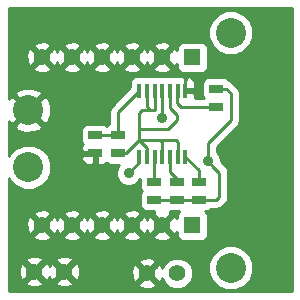
<source format=gbl>
G04 (created by PCBNEW (2013-07-07 BZR 4022)-stable) date 2/2/2014 1:41:28 AM*
%MOIN*%
G04 Gerber Fmt 3.4, Leading zero omitted, Abs format*
%FSLAX34Y34*%
G01*
G70*
G90*
G04 APERTURE LIST*
%ADD10C,0.00590551*%
%ADD11R,0.0118X0.0512*%
%ADD12R,0.045X0.025*%
%ADD13C,0.055*%
%ADD14C,0.1*%
%ADD15R,0.055X0.055*%
%ADD16C,0.035*%
%ADD17C,0.01*%
G04 APERTURE END LIST*
G54D10*
G54D11*
X79920Y-59860D03*
X80170Y-59860D03*
X80430Y-59860D03*
X80680Y-59860D03*
X80940Y-59860D03*
X81195Y-59860D03*
X81450Y-59860D03*
X81450Y-62060D03*
X81195Y-62060D03*
X80940Y-62060D03*
X80680Y-62060D03*
X80425Y-62060D03*
X80170Y-62060D03*
X79915Y-62060D03*
G54D12*
X78440Y-61340D03*
X78440Y-61940D03*
X79220Y-61340D03*
X79220Y-61940D03*
X80420Y-62900D03*
X80420Y-63500D03*
X81160Y-62900D03*
X81160Y-63500D03*
X81900Y-62900D03*
X81900Y-63500D03*
X82480Y-60380D03*
X82480Y-59780D03*
G54D13*
X81180Y-65940D03*
X80180Y-65940D03*
G54D14*
X82960Y-57920D03*
X82960Y-65760D03*
X76220Y-60500D03*
X76220Y-62400D03*
G54D15*
X81680Y-64340D03*
G54D13*
X80680Y-64340D03*
X79680Y-64340D03*
X78680Y-64340D03*
X77680Y-64340D03*
X76680Y-64340D03*
G54D15*
X81680Y-58740D03*
G54D13*
X80680Y-58740D03*
X79680Y-58740D03*
X78680Y-58740D03*
X77680Y-58740D03*
X76680Y-58740D03*
X76420Y-65880D03*
X77420Y-65880D03*
G54D16*
X83300Y-61720D03*
X78680Y-60700D03*
X82200Y-62200D03*
X80680Y-60760D03*
X79560Y-62600D03*
G54D17*
X81450Y-59860D02*
X81450Y-59410D01*
X81450Y-59410D02*
X81460Y-59400D01*
X81160Y-62900D02*
X81160Y-62780D01*
X80940Y-62560D02*
X80940Y-62060D01*
X81160Y-62780D02*
X80940Y-62560D01*
X82480Y-59780D02*
X82800Y-59780D01*
X82200Y-61600D02*
X82200Y-62200D01*
X82960Y-60840D02*
X82200Y-61600D01*
X82960Y-59940D02*
X82960Y-60840D01*
X82800Y-59780D02*
X82960Y-59940D01*
X81900Y-63500D02*
X82480Y-63500D01*
X82580Y-62580D02*
X82380Y-62380D01*
X82380Y-62380D02*
X82200Y-62200D01*
X82580Y-63400D02*
X82580Y-62580D01*
X82480Y-63500D02*
X82580Y-63400D01*
X80420Y-63500D02*
X81160Y-63500D01*
X81160Y-63500D02*
X81900Y-63500D01*
X80420Y-62900D02*
X80420Y-62065D01*
X80420Y-62065D02*
X80425Y-62060D01*
X79220Y-61340D02*
X79220Y-60560D01*
X79220Y-60560D02*
X79920Y-59860D01*
X79220Y-61340D02*
X78440Y-61340D01*
X79900Y-61120D02*
X80880Y-61120D01*
X80940Y-60440D02*
X80940Y-59860D01*
X81160Y-60660D02*
X80940Y-60440D01*
X81160Y-60840D02*
X81160Y-60660D01*
X80880Y-61120D02*
X81160Y-60840D01*
X80630Y-61500D02*
X81140Y-61500D01*
X81195Y-61555D02*
X81195Y-62060D01*
X81140Y-61500D02*
X81195Y-61555D01*
X79900Y-61500D02*
X80630Y-61500D01*
X80630Y-61500D02*
X80600Y-61500D01*
X80680Y-61580D02*
X80680Y-62060D01*
X80600Y-61500D02*
X80680Y-61580D01*
X79220Y-61940D02*
X79460Y-61940D01*
X79460Y-61940D02*
X79900Y-61500D01*
X80170Y-59860D02*
X80170Y-60390D01*
X80170Y-60390D02*
X80260Y-60480D01*
X80430Y-59860D02*
X80430Y-60480D01*
X80430Y-60480D02*
X80420Y-60480D01*
X80170Y-62060D02*
X80170Y-61770D01*
X80020Y-60480D02*
X80260Y-60480D01*
X80260Y-60480D02*
X80420Y-60480D01*
X79900Y-60600D02*
X80020Y-60480D01*
X79900Y-61500D02*
X79900Y-61120D01*
X79900Y-61120D02*
X79900Y-60600D01*
X80170Y-61770D02*
X79900Y-61500D01*
X81900Y-62900D02*
X81900Y-62510D01*
X81900Y-62510D02*
X81450Y-62060D01*
X80680Y-59860D02*
X80680Y-60760D01*
X82480Y-60380D02*
X81300Y-60380D01*
X81180Y-59875D02*
X81195Y-59860D01*
X81180Y-60260D02*
X81180Y-59875D01*
X81300Y-60380D02*
X81180Y-60260D01*
X79915Y-62060D02*
X79915Y-62245D01*
X79915Y-62245D02*
X79560Y-62600D01*
G54D10*
G36*
X85000Y-66540D02*
X83710Y-66540D01*
X83710Y-65611D01*
X83710Y-57771D01*
X83596Y-57495D01*
X83385Y-57284D01*
X83109Y-57170D01*
X82811Y-57169D01*
X82535Y-57283D01*
X82324Y-57494D01*
X82210Y-57770D01*
X82209Y-58068D01*
X82323Y-58344D01*
X82534Y-58555D01*
X82810Y-58669D01*
X83108Y-58670D01*
X83384Y-58556D01*
X83595Y-58345D01*
X83709Y-58069D01*
X83710Y-57771D01*
X83710Y-65611D01*
X83596Y-65335D01*
X83385Y-65124D01*
X83260Y-65072D01*
X83260Y-60840D01*
X83260Y-59940D01*
X83237Y-59825D01*
X83172Y-59727D01*
X83172Y-59727D01*
X83012Y-59567D01*
X82914Y-59502D01*
X82904Y-59500D01*
X82846Y-59443D01*
X82754Y-59405D01*
X82655Y-59404D01*
X82205Y-59404D01*
X82205Y-59405D01*
X82205Y-58965D01*
X82205Y-58415D01*
X82167Y-58323D01*
X82096Y-58253D01*
X82004Y-58215D01*
X81905Y-58214D01*
X81355Y-58214D01*
X81263Y-58252D01*
X81193Y-58323D01*
X81155Y-58415D01*
X81154Y-58502D01*
X81140Y-58467D01*
X81047Y-58442D01*
X80977Y-58513D01*
X80977Y-58372D01*
X80952Y-58279D01*
X80755Y-58210D01*
X80547Y-58221D01*
X80407Y-58279D01*
X80382Y-58372D01*
X80680Y-58669D01*
X80977Y-58372D01*
X80977Y-58513D01*
X80750Y-58740D01*
X81047Y-59037D01*
X81140Y-59012D01*
X81154Y-58971D01*
X81154Y-59064D01*
X81192Y-59156D01*
X81263Y-59226D01*
X81355Y-59264D01*
X81454Y-59265D01*
X82004Y-59265D01*
X82096Y-59227D01*
X82166Y-59156D01*
X82204Y-59064D01*
X82205Y-58965D01*
X82205Y-59405D01*
X82113Y-59442D01*
X82043Y-59513D01*
X82005Y-59605D01*
X82004Y-59704D01*
X82004Y-59954D01*
X82042Y-60046D01*
X82076Y-60079D01*
X82076Y-60080D01*
X81759Y-60080D01*
X81759Y-60066D01*
X81759Y-59972D01*
X81696Y-59910D01*
X81504Y-59910D01*
X81504Y-59810D01*
X81696Y-59810D01*
X81759Y-59747D01*
X81759Y-59653D01*
X81758Y-59554D01*
X81720Y-59462D01*
X81650Y-59391D01*
X81558Y-59353D01*
X81542Y-59354D01*
X81479Y-59416D01*
X81479Y-59495D01*
X81466Y-59462D01*
X81420Y-59416D01*
X81420Y-59416D01*
X81358Y-59354D01*
X81341Y-59353D01*
X81322Y-59361D01*
X81303Y-59354D01*
X81204Y-59353D01*
X81086Y-59353D01*
X81067Y-59361D01*
X81048Y-59354D01*
X80977Y-59353D01*
X80977Y-59107D01*
X80680Y-58810D01*
X80609Y-58881D01*
X80609Y-58740D01*
X80312Y-58442D01*
X80219Y-58467D01*
X80183Y-58570D01*
X80140Y-58467D01*
X80047Y-58442D01*
X79977Y-58513D01*
X79977Y-58372D01*
X79952Y-58279D01*
X79755Y-58210D01*
X79547Y-58221D01*
X79407Y-58279D01*
X79382Y-58372D01*
X79680Y-58669D01*
X79977Y-58372D01*
X79977Y-58513D01*
X79750Y-58740D01*
X80047Y-59037D01*
X80140Y-59012D01*
X80176Y-58909D01*
X80219Y-59012D01*
X80312Y-59037D01*
X80609Y-58740D01*
X80609Y-58881D01*
X80382Y-59107D01*
X80407Y-59200D01*
X80604Y-59269D01*
X80812Y-59258D01*
X80952Y-59200D01*
X80977Y-59107D01*
X80977Y-59353D01*
X80949Y-59353D01*
X80831Y-59353D01*
X80810Y-59362D01*
X80788Y-59354D01*
X80689Y-59353D01*
X80571Y-59353D01*
X80555Y-59360D01*
X80538Y-59354D01*
X80439Y-59353D01*
X80321Y-59353D01*
X80300Y-59362D01*
X80278Y-59354D01*
X80179Y-59353D01*
X80061Y-59353D01*
X80045Y-59360D01*
X80028Y-59354D01*
X79977Y-59353D01*
X79977Y-59107D01*
X79680Y-58810D01*
X79609Y-58881D01*
X79609Y-58740D01*
X79312Y-58442D01*
X79219Y-58467D01*
X79183Y-58570D01*
X79140Y-58467D01*
X79047Y-58442D01*
X78977Y-58513D01*
X78977Y-58372D01*
X78952Y-58279D01*
X78755Y-58210D01*
X78547Y-58221D01*
X78407Y-58279D01*
X78382Y-58372D01*
X78680Y-58669D01*
X78977Y-58372D01*
X78977Y-58513D01*
X78750Y-58740D01*
X79047Y-59037D01*
X79140Y-59012D01*
X79176Y-58909D01*
X79219Y-59012D01*
X79312Y-59037D01*
X79609Y-58740D01*
X79609Y-58881D01*
X79382Y-59107D01*
X79407Y-59200D01*
X79604Y-59269D01*
X79812Y-59258D01*
X79952Y-59200D01*
X79977Y-59107D01*
X79977Y-59353D01*
X79929Y-59353D01*
X79811Y-59353D01*
X79719Y-59391D01*
X79649Y-59462D01*
X79611Y-59554D01*
X79610Y-59653D01*
X79610Y-59744D01*
X79007Y-60347D01*
X78977Y-60393D01*
X78977Y-59107D01*
X78680Y-58810D01*
X78609Y-58881D01*
X78609Y-58740D01*
X78312Y-58442D01*
X78219Y-58467D01*
X78183Y-58570D01*
X78140Y-58467D01*
X78047Y-58442D01*
X77977Y-58513D01*
X77977Y-58372D01*
X77952Y-58279D01*
X77755Y-58210D01*
X77547Y-58221D01*
X77407Y-58279D01*
X77382Y-58372D01*
X77680Y-58669D01*
X77977Y-58372D01*
X77977Y-58513D01*
X77750Y-58740D01*
X78047Y-59037D01*
X78140Y-59012D01*
X78176Y-58909D01*
X78219Y-59012D01*
X78312Y-59037D01*
X78609Y-58740D01*
X78609Y-58881D01*
X78382Y-59107D01*
X78407Y-59200D01*
X78604Y-59269D01*
X78812Y-59258D01*
X78952Y-59200D01*
X78977Y-59107D01*
X78977Y-60393D01*
X78942Y-60445D01*
X78920Y-60560D01*
X78920Y-60975D01*
X78853Y-61002D01*
X78830Y-61026D01*
X78806Y-61003D01*
X78714Y-60965D01*
X78615Y-60964D01*
X78165Y-60964D01*
X78073Y-61002D01*
X78003Y-61073D01*
X77977Y-61136D01*
X77977Y-59107D01*
X77680Y-58810D01*
X77609Y-58881D01*
X77609Y-58740D01*
X77312Y-58442D01*
X77219Y-58467D01*
X77183Y-58570D01*
X77140Y-58467D01*
X77047Y-58442D01*
X76977Y-58513D01*
X76977Y-58372D01*
X76952Y-58279D01*
X76755Y-58210D01*
X76547Y-58221D01*
X76407Y-58279D01*
X76382Y-58372D01*
X76680Y-58669D01*
X76977Y-58372D01*
X76977Y-58513D01*
X76750Y-58740D01*
X77047Y-59037D01*
X77140Y-59012D01*
X77176Y-58909D01*
X77219Y-59012D01*
X77312Y-59037D01*
X77609Y-58740D01*
X77609Y-58881D01*
X77382Y-59107D01*
X77407Y-59200D01*
X77604Y-59269D01*
X77812Y-59258D01*
X77952Y-59200D01*
X77977Y-59107D01*
X77977Y-61136D01*
X77965Y-61165D01*
X77964Y-61264D01*
X77964Y-61514D01*
X78002Y-61606D01*
X78036Y-61640D01*
X78002Y-61673D01*
X77964Y-61765D01*
X77965Y-61827D01*
X78027Y-61890D01*
X78390Y-61890D01*
X78390Y-61882D01*
X78490Y-61882D01*
X78490Y-61890D01*
X78497Y-61890D01*
X78497Y-61990D01*
X78490Y-61990D01*
X78490Y-62252D01*
X78552Y-62315D01*
X78615Y-62315D01*
X78714Y-62314D01*
X78806Y-62276D01*
X78830Y-62253D01*
X78853Y-62276D01*
X78945Y-62314D01*
X79044Y-62315D01*
X79243Y-62315D01*
X79199Y-62358D01*
X79135Y-62515D01*
X79134Y-62684D01*
X79199Y-62840D01*
X79318Y-62960D01*
X79475Y-63024D01*
X79644Y-63025D01*
X79800Y-62960D01*
X79920Y-62841D01*
X79944Y-62781D01*
X79944Y-62824D01*
X79944Y-63074D01*
X79982Y-63166D01*
X80016Y-63199D01*
X79983Y-63233D01*
X79945Y-63325D01*
X79944Y-63424D01*
X79944Y-63674D01*
X79982Y-63766D01*
X80053Y-63836D01*
X80145Y-63874D01*
X80244Y-63875D01*
X80417Y-63875D01*
X80407Y-63879D01*
X80382Y-63972D01*
X80680Y-64269D01*
X80977Y-63972D01*
X80952Y-63879D01*
X80940Y-63875D01*
X80984Y-63875D01*
X81241Y-63875D01*
X81193Y-63923D01*
X81155Y-64015D01*
X81154Y-64102D01*
X81140Y-64067D01*
X81047Y-64042D01*
X80750Y-64340D01*
X81047Y-64637D01*
X81140Y-64612D01*
X81154Y-64571D01*
X81154Y-64664D01*
X81192Y-64756D01*
X81263Y-64826D01*
X81355Y-64864D01*
X81454Y-64865D01*
X82004Y-64865D01*
X82096Y-64827D01*
X82166Y-64756D01*
X82204Y-64664D01*
X82205Y-64565D01*
X82205Y-64015D01*
X82167Y-63923D01*
X82118Y-63875D01*
X82174Y-63875D01*
X82266Y-63837D01*
X82303Y-63800D01*
X82480Y-63800D01*
X82480Y-63799D01*
X82594Y-63777D01*
X82594Y-63777D01*
X82692Y-63712D01*
X82792Y-63612D01*
X82792Y-63612D01*
X82857Y-63514D01*
X82879Y-63400D01*
X82880Y-63400D01*
X82880Y-62580D01*
X82857Y-62465D01*
X82792Y-62367D01*
X82792Y-62367D01*
X82624Y-62200D01*
X82625Y-62115D01*
X82560Y-61959D01*
X82500Y-61898D01*
X82500Y-61724D01*
X83172Y-61052D01*
X83172Y-61052D01*
X83237Y-60954D01*
X83259Y-60840D01*
X83260Y-60840D01*
X83260Y-65072D01*
X83109Y-65010D01*
X82811Y-65009D01*
X82535Y-65123D01*
X82324Y-65334D01*
X82210Y-65610D01*
X82209Y-65908D01*
X82323Y-66184D01*
X82534Y-66395D01*
X82810Y-66509D01*
X83108Y-66510D01*
X83384Y-66396D01*
X83595Y-66185D01*
X83709Y-65909D01*
X83710Y-65611D01*
X83710Y-66540D01*
X81705Y-66540D01*
X81705Y-65836D01*
X81625Y-65643D01*
X81477Y-65495D01*
X81284Y-65415D01*
X81076Y-65414D01*
X80977Y-65455D01*
X80977Y-64707D01*
X80680Y-64410D01*
X80609Y-64481D01*
X80609Y-64340D01*
X80312Y-64042D01*
X80219Y-64067D01*
X80183Y-64170D01*
X80140Y-64067D01*
X80047Y-64042D01*
X79977Y-64113D01*
X79977Y-63972D01*
X79952Y-63879D01*
X79755Y-63810D01*
X79547Y-63821D01*
X79407Y-63879D01*
X79382Y-63972D01*
X79680Y-64269D01*
X79977Y-63972D01*
X79977Y-64113D01*
X79750Y-64340D01*
X80047Y-64637D01*
X80140Y-64612D01*
X80176Y-64509D01*
X80219Y-64612D01*
X80312Y-64637D01*
X80609Y-64340D01*
X80609Y-64481D01*
X80382Y-64707D01*
X80407Y-64800D01*
X80604Y-64869D01*
X80812Y-64858D01*
X80952Y-64800D01*
X80977Y-64707D01*
X80977Y-65455D01*
X80883Y-65494D01*
X80735Y-65642D01*
X80682Y-65768D01*
X80640Y-65667D01*
X80547Y-65642D01*
X80477Y-65713D01*
X80477Y-65572D01*
X80452Y-65479D01*
X80255Y-65410D01*
X80047Y-65421D01*
X79977Y-65450D01*
X79977Y-64707D01*
X79680Y-64410D01*
X79609Y-64481D01*
X79609Y-64340D01*
X79312Y-64042D01*
X79219Y-64067D01*
X79183Y-64170D01*
X79140Y-64067D01*
X79047Y-64042D01*
X78977Y-64113D01*
X78977Y-63972D01*
X78952Y-63879D01*
X78755Y-63810D01*
X78547Y-63821D01*
X78407Y-63879D01*
X78390Y-63945D01*
X78390Y-62252D01*
X78390Y-61990D01*
X78027Y-61990D01*
X77965Y-62052D01*
X77964Y-62114D01*
X78002Y-62206D01*
X78073Y-62276D01*
X78165Y-62314D01*
X78264Y-62315D01*
X78327Y-62315D01*
X78390Y-62252D01*
X78390Y-63945D01*
X78382Y-63972D01*
X78680Y-64269D01*
X78977Y-63972D01*
X78977Y-64113D01*
X78750Y-64340D01*
X79047Y-64637D01*
X79140Y-64612D01*
X79176Y-64509D01*
X79219Y-64612D01*
X79312Y-64637D01*
X79609Y-64340D01*
X79609Y-64481D01*
X79382Y-64707D01*
X79407Y-64800D01*
X79604Y-64869D01*
X79812Y-64858D01*
X79952Y-64800D01*
X79977Y-64707D01*
X79977Y-65450D01*
X79907Y-65479D01*
X79882Y-65572D01*
X80180Y-65869D01*
X80477Y-65572D01*
X80477Y-65713D01*
X80250Y-65940D01*
X80547Y-66237D01*
X80640Y-66212D01*
X80679Y-66102D01*
X80734Y-66237D01*
X80882Y-66384D01*
X81075Y-66464D01*
X81283Y-66465D01*
X81477Y-66385D01*
X81624Y-66237D01*
X81704Y-66044D01*
X81705Y-65836D01*
X81705Y-66540D01*
X80477Y-66540D01*
X80477Y-66307D01*
X80180Y-66010D01*
X80109Y-66081D01*
X80109Y-65940D01*
X79812Y-65642D01*
X79719Y-65667D01*
X79650Y-65864D01*
X79661Y-66072D01*
X79719Y-66212D01*
X79812Y-66237D01*
X80109Y-65940D01*
X80109Y-66081D01*
X79882Y-66307D01*
X79907Y-66400D01*
X80104Y-66469D01*
X80312Y-66458D01*
X80452Y-66400D01*
X80477Y-66307D01*
X80477Y-66540D01*
X78977Y-66540D01*
X78977Y-64707D01*
X78680Y-64410D01*
X78609Y-64481D01*
X78609Y-64340D01*
X78312Y-64042D01*
X78219Y-64067D01*
X78183Y-64170D01*
X78140Y-64067D01*
X78047Y-64042D01*
X77977Y-64113D01*
X77977Y-63972D01*
X77952Y-63879D01*
X77755Y-63810D01*
X77547Y-63821D01*
X77407Y-63879D01*
X77382Y-63972D01*
X77680Y-64269D01*
X77977Y-63972D01*
X77977Y-64113D01*
X77750Y-64340D01*
X78047Y-64637D01*
X78140Y-64612D01*
X78176Y-64509D01*
X78219Y-64612D01*
X78312Y-64637D01*
X78609Y-64340D01*
X78609Y-64481D01*
X78382Y-64707D01*
X78407Y-64800D01*
X78604Y-64869D01*
X78812Y-64858D01*
X78952Y-64800D01*
X78977Y-64707D01*
X78977Y-66540D01*
X77977Y-66540D01*
X77977Y-64707D01*
X77680Y-64410D01*
X77609Y-64481D01*
X77609Y-64340D01*
X77312Y-64042D01*
X77219Y-64067D01*
X77183Y-64170D01*
X77140Y-64067D01*
X77047Y-64042D01*
X76977Y-64113D01*
X76977Y-63972D01*
X76977Y-59107D01*
X76680Y-58810D01*
X76609Y-58881D01*
X76609Y-58740D01*
X76312Y-58442D01*
X76219Y-58467D01*
X76150Y-58664D01*
X76161Y-58872D01*
X76219Y-59012D01*
X76312Y-59037D01*
X76609Y-58740D01*
X76609Y-58881D01*
X76382Y-59107D01*
X76407Y-59200D01*
X76604Y-59269D01*
X76812Y-59258D01*
X76952Y-59200D01*
X76977Y-59107D01*
X76977Y-63972D01*
X76973Y-63959D01*
X76973Y-60629D01*
X76965Y-60331D01*
X76866Y-60091D01*
X76750Y-60040D01*
X76679Y-60110D01*
X76679Y-59969D01*
X76628Y-59853D01*
X76349Y-59746D01*
X76051Y-59754D01*
X75811Y-59853D01*
X75760Y-59969D01*
X76220Y-60429D01*
X76679Y-59969D01*
X76679Y-60110D01*
X76290Y-60500D01*
X76750Y-60959D01*
X76866Y-60908D01*
X76973Y-60629D01*
X76973Y-63959D01*
X76952Y-63879D01*
X76755Y-63810D01*
X76547Y-63821D01*
X76407Y-63879D01*
X76382Y-63972D01*
X76680Y-64269D01*
X76977Y-63972D01*
X76977Y-64113D01*
X76750Y-64340D01*
X77047Y-64637D01*
X77140Y-64612D01*
X77176Y-64509D01*
X77219Y-64612D01*
X77312Y-64637D01*
X77609Y-64340D01*
X77609Y-64481D01*
X77382Y-64707D01*
X77407Y-64800D01*
X77604Y-64869D01*
X77812Y-64858D01*
X77952Y-64800D01*
X77977Y-64707D01*
X77977Y-66540D01*
X77949Y-66540D01*
X77949Y-65955D01*
X77938Y-65747D01*
X77880Y-65607D01*
X77787Y-65582D01*
X77717Y-65653D01*
X77717Y-65512D01*
X77692Y-65419D01*
X77495Y-65350D01*
X77287Y-65361D01*
X77147Y-65419D01*
X77122Y-65512D01*
X77420Y-65809D01*
X77717Y-65512D01*
X77717Y-65653D01*
X77490Y-65880D01*
X77787Y-66177D01*
X77880Y-66152D01*
X77949Y-65955D01*
X77949Y-66540D01*
X77717Y-66540D01*
X77717Y-66247D01*
X77420Y-65950D01*
X77349Y-66021D01*
X77349Y-65880D01*
X77052Y-65582D01*
X76977Y-65602D01*
X76977Y-64707D01*
X76680Y-64410D01*
X76609Y-64481D01*
X76609Y-64340D01*
X76312Y-64042D01*
X76219Y-64067D01*
X76150Y-64264D01*
X76161Y-64472D01*
X76219Y-64612D01*
X76312Y-64637D01*
X76609Y-64340D01*
X76609Y-64481D01*
X76382Y-64707D01*
X76407Y-64800D01*
X76604Y-64869D01*
X76812Y-64858D01*
X76952Y-64800D01*
X76977Y-64707D01*
X76977Y-65602D01*
X76959Y-65607D01*
X76923Y-65710D01*
X76880Y-65607D01*
X76787Y-65582D01*
X76717Y-65653D01*
X76717Y-65512D01*
X76692Y-65419D01*
X76495Y-65350D01*
X76287Y-65361D01*
X76147Y-65419D01*
X76122Y-65512D01*
X76420Y-65809D01*
X76717Y-65512D01*
X76717Y-65653D01*
X76490Y-65880D01*
X76787Y-66177D01*
X76880Y-66152D01*
X76916Y-66049D01*
X76959Y-66152D01*
X77052Y-66177D01*
X77349Y-65880D01*
X77349Y-66021D01*
X77122Y-66247D01*
X77147Y-66340D01*
X77344Y-66409D01*
X77552Y-66398D01*
X77692Y-66340D01*
X77717Y-66247D01*
X77717Y-66540D01*
X76717Y-66540D01*
X76717Y-66247D01*
X76420Y-65950D01*
X76349Y-66021D01*
X76349Y-65880D01*
X76052Y-65582D01*
X75959Y-65607D01*
X75890Y-65804D01*
X75901Y-66012D01*
X75959Y-66152D01*
X76052Y-66177D01*
X76349Y-65880D01*
X76349Y-66021D01*
X76122Y-66247D01*
X76147Y-66340D01*
X76344Y-66409D01*
X76552Y-66398D01*
X76692Y-66340D01*
X76717Y-66247D01*
X76717Y-66540D01*
X75559Y-66540D01*
X75559Y-62765D01*
X75583Y-62824D01*
X75794Y-63035D01*
X76070Y-63149D01*
X76368Y-63150D01*
X76644Y-63036D01*
X76855Y-62825D01*
X76969Y-62549D01*
X76970Y-62251D01*
X76856Y-61975D01*
X76679Y-61799D01*
X76679Y-61030D01*
X76220Y-60570D01*
X75760Y-61030D01*
X75811Y-61146D01*
X76090Y-61253D01*
X76388Y-61245D01*
X76628Y-61146D01*
X76679Y-61030D01*
X76679Y-61799D01*
X76645Y-61764D01*
X76369Y-61650D01*
X76071Y-61649D01*
X75795Y-61763D01*
X75584Y-61974D01*
X75559Y-62034D01*
X75559Y-60874D01*
X75573Y-60908D01*
X75689Y-60959D01*
X76149Y-60500D01*
X75689Y-60040D01*
X75573Y-60091D01*
X75559Y-60127D01*
X75559Y-57099D01*
X85000Y-57099D01*
X85000Y-66540D01*
X85000Y-66540D01*
G37*
G54D17*
X85000Y-66540D02*
X83710Y-66540D01*
X83710Y-65611D01*
X83710Y-57771D01*
X83596Y-57495D01*
X83385Y-57284D01*
X83109Y-57170D01*
X82811Y-57169D01*
X82535Y-57283D01*
X82324Y-57494D01*
X82210Y-57770D01*
X82209Y-58068D01*
X82323Y-58344D01*
X82534Y-58555D01*
X82810Y-58669D01*
X83108Y-58670D01*
X83384Y-58556D01*
X83595Y-58345D01*
X83709Y-58069D01*
X83710Y-57771D01*
X83710Y-65611D01*
X83596Y-65335D01*
X83385Y-65124D01*
X83260Y-65072D01*
X83260Y-60840D01*
X83260Y-59940D01*
X83237Y-59825D01*
X83172Y-59727D01*
X83172Y-59727D01*
X83012Y-59567D01*
X82914Y-59502D01*
X82904Y-59500D01*
X82846Y-59443D01*
X82754Y-59405D01*
X82655Y-59404D01*
X82205Y-59404D01*
X82205Y-59405D01*
X82205Y-58965D01*
X82205Y-58415D01*
X82167Y-58323D01*
X82096Y-58253D01*
X82004Y-58215D01*
X81905Y-58214D01*
X81355Y-58214D01*
X81263Y-58252D01*
X81193Y-58323D01*
X81155Y-58415D01*
X81154Y-58502D01*
X81140Y-58467D01*
X81047Y-58442D01*
X80977Y-58513D01*
X80977Y-58372D01*
X80952Y-58279D01*
X80755Y-58210D01*
X80547Y-58221D01*
X80407Y-58279D01*
X80382Y-58372D01*
X80680Y-58669D01*
X80977Y-58372D01*
X80977Y-58513D01*
X80750Y-58740D01*
X81047Y-59037D01*
X81140Y-59012D01*
X81154Y-58971D01*
X81154Y-59064D01*
X81192Y-59156D01*
X81263Y-59226D01*
X81355Y-59264D01*
X81454Y-59265D01*
X82004Y-59265D01*
X82096Y-59227D01*
X82166Y-59156D01*
X82204Y-59064D01*
X82205Y-58965D01*
X82205Y-59405D01*
X82113Y-59442D01*
X82043Y-59513D01*
X82005Y-59605D01*
X82004Y-59704D01*
X82004Y-59954D01*
X82042Y-60046D01*
X82076Y-60079D01*
X82076Y-60080D01*
X81759Y-60080D01*
X81759Y-60066D01*
X81759Y-59972D01*
X81696Y-59910D01*
X81504Y-59910D01*
X81504Y-59810D01*
X81696Y-59810D01*
X81759Y-59747D01*
X81759Y-59653D01*
X81758Y-59554D01*
X81720Y-59462D01*
X81650Y-59391D01*
X81558Y-59353D01*
X81542Y-59354D01*
X81479Y-59416D01*
X81479Y-59495D01*
X81466Y-59462D01*
X81420Y-59416D01*
X81420Y-59416D01*
X81358Y-59354D01*
X81341Y-59353D01*
X81322Y-59361D01*
X81303Y-59354D01*
X81204Y-59353D01*
X81086Y-59353D01*
X81067Y-59361D01*
X81048Y-59354D01*
X80977Y-59353D01*
X80977Y-59107D01*
X80680Y-58810D01*
X80609Y-58881D01*
X80609Y-58740D01*
X80312Y-58442D01*
X80219Y-58467D01*
X80183Y-58570D01*
X80140Y-58467D01*
X80047Y-58442D01*
X79977Y-58513D01*
X79977Y-58372D01*
X79952Y-58279D01*
X79755Y-58210D01*
X79547Y-58221D01*
X79407Y-58279D01*
X79382Y-58372D01*
X79680Y-58669D01*
X79977Y-58372D01*
X79977Y-58513D01*
X79750Y-58740D01*
X80047Y-59037D01*
X80140Y-59012D01*
X80176Y-58909D01*
X80219Y-59012D01*
X80312Y-59037D01*
X80609Y-58740D01*
X80609Y-58881D01*
X80382Y-59107D01*
X80407Y-59200D01*
X80604Y-59269D01*
X80812Y-59258D01*
X80952Y-59200D01*
X80977Y-59107D01*
X80977Y-59353D01*
X80949Y-59353D01*
X80831Y-59353D01*
X80810Y-59362D01*
X80788Y-59354D01*
X80689Y-59353D01*
X80571Y-59353D01*
X80555Y-59360D01*
X80538Y-59354D01*
X80439Y-59353D01*
X80321Y-59353D01*
X80300Y-59362D01*
X80278Y-59354D01*
X80179Y-59353D01*
X80061Y-59353D01*
X80045Y-59360D01*
X80028Y-59354D01*
X79977Y-59353D01*
X79977Y-59107D01*
X79680Y-58810D01*
X79609Y-58881D01*
X79609Y-58740D01*
X79312Y-58442D01*
X79219Y-58467D01*
X79183Y-58570D01*
X79140Y-58467D01*
X79047Y-58442D01*
X78977Y-58513D01*
X78977Y-58372D01*
X78952Y-58279D01*
X78755Y-58210D01*
X78547Y-58221D01*
X78407Y-58279D01*
X78382Y-58372D01*
X78680Y-58669D01*
X78977Y-58372D01*
X78977Y-58513D01*
X78750Y-58740D01*
X79047Y-59037D01*
X79140Y-59012D01*
X79176Y-58909D01*
X79219Y-59012D01*
X79312Y-59037D01*
X79609Y-58740D01*
X79609Y-58881D01*
X79382Y-59107D01*
X79407Y-59200D01*
X79604Y-59269D01*
X79812Y-59258D01*
X79952Y-59200D01*
X79977Y-59107D01*
X79977Y-59353D01*
X79929Y-59353D01*
X79811Y-59353D01*
X79719Y-59391D01*
X79649Y-59462D01*
X79611Y-59554D01*
X79610Y-59653D01*
X79610Y-59744D01*
X79007Y-60347D01*
X78977Y-60393D01*
X78977Y-59107D01*
X78680Y-58810D01*
X78609Y-58881D01*
X78609Y-58740D01*
X78312Y-58442D01*
X78219Y-58467D01*
X78183Y-58570D01*
X78140Y-58467D01*
X78047Y-58442D01*
X77977Y-58513D01*
X77977Y-58372D01*
X77952Y-58279D01*
X77755Y-58210D01*
X77547Y-58221D01*
X77407Y-58279D01*
X77382Y-58372D01*
X77680Y-58669D01*
X77977Y-58372D01*
X77977Y-58513D01*
X77750Y-58740D01*
X78047Y-59037D01*
X78140Y-59012D01*
X78176Y-58909D01*
X78219Y-59012D01*
X78312Y-59037D01*
X78609Y-58740D01*
X78609Y-58881D01*
X78382Y-59107D01*
X78407Y-59200D01*
X78604Y-59269D01*
X78812Y-59258D01*
X78952Y-59200D01*
X78977Y-59107D01*
X78977Y-60393D01*
X78942Y-60445D01*
X78920Y-60560D01*
X78920Y-60975D01*
X78853Y-61002D01*
X78830Y-61026D01*
X78806Y-61003D01*
X78714Y-60965D01*
X78615Y-60964D01*
X78165Y-60964D01*
X78073Y-61002D01*
X78003Y-61073D01*
X77977Y-61136D01*
X77977Y-59107D01*
X77680Y-58810D01*
X77609Y-58881D01*
X77609Y-58740D01*
X77312Y-58442D01*
X77219Y-58467D01*
X77183Y-58570D01*
X77140Y-58467D01*
X77047Y-58442D01*
X76977Y-58513D01*
X76977Y-58372D01*
X76952Y-58279D01*
X76755Y-58210D01*
X76547Y-58221D01*
X76407Y-58279D01*
X76382Y-58372D01*
X76680Y-58669D01*
X76977Y-58372D01*
X76977Y-58513D01*
X76750Y-58740D01*
X77047Y-59037D01*
X77140Y-59012D01*
X77176Y-58909D01*
X77219Y-59012D01*
X77312Y-59037D01*
X77609Y-58740D01*
X77609Y-58881D01*
X77382Y-59107D01*
X77407Y-59200D01*
X77604Y-59269D01*
X77812Y-59258D01*
X77952Y-59200D01*
X77977Y-59107D01*
X77977Y-61136D01*
X77965Y-61165D01*
X77964Y-61264D01*
X77964Y-61514D01*
X78002Y-61606D01*
X78036Y-61640D01*
X78002Y-61673D01*
X77964Y-61765D01*
X77965Y-61827D01*
X78027Y-61890D01*
X78390Y-61890D01*
X78390Y-61882D01*
X78490Y-61882D01*
X78490Y-61890D01*
X78497Y-61890D01*
X78497Y-61990D01*
X78490Y-61990D01*
X78490Y-62252D01*
X78552Y-62315D01*
X78615Y-62315D01*
X78714Y-62314D01*
X78806Y-62276D01*
X78830Y-62253D01*
X78853Y-62276D01*
X78945Y-62314D01*
X79044Y-62315D01*
X79243Y-62315D01*
X79199Y-62358D01*
X79135Y-62515D01*
X79134Y-62684D01*
X79199Y-62840D01*
X79318Y-62960D01*
X79475Y-63024D01*
X79644Y-63025D01*
X79800Y-62960D01*
X79920Y-62841D01*
X79944Y-62781D01*
X79944Y-62824D01*
X79944Y-63074D01*
X79982Y-63166D01*
X80016Y-63199D01*
X79983Y-63233D01*
X79945Y-63325D01*
X79944Y-63424D01*
X79944Y-63674D01*
X79982Y-63766D01*
X80053Y-63836D01*
X80145Y-63874D01*
X80244Y-63875D01*
X80417Y-63875D01*
X80407Y-63879D01*
X80382Y-63972D01*
X80680Y-64269D01*
X80977Y-63972D01*
X80952Y-63879D01*
X80940Y-63875D01*
X80984Y-63875D01*
X81241Y-63875D01*
X81193Y-63923D01*
X81155Y-64015D01*
X81154Y-64102D01*
X81140Y-64067D01*
X81047Y-64042D01*
X80750Y-64340D01*
X81047Y-64637D01*
X81140Y-64612D01*
X81154Y-64571D01*
X81154Y-64664D01*
X81192Y-64756D01*
X81263Y-64826D01*
X81355Y-64864D01*
X81454Y-64865D01*
X82004Y-64865D01*
X82096Y-64827D01*
X82166Y-64756D01*
X82204Y-64664D01*
X82205Y-64565D01*
X82205Y-64015D01*
X82167Y-63923D01*
X82118Y-63875D01*
X82174Y-63875D01*
X82266Y-63837D01*
X82303Y-63800D01*
X82480Y-63800D01*
X82480Y-63799D01*
X82594Y-63777D01*
X82594Y-63777D01*
X82692Y-63712D01*
X82792Y-63612D01*
X82792Y-63612D01*
X82857Y-63514D01*
X82879Y-63400D01*
X82880Y-63400D01*
X82880Y-62580D01*
X82857Y-62465D01*
X82792Y-62367D01*
X82792Y-62367D01*
X82624Y-62200D01*
X82625Y-62115D01*
X82560Y-61959D01*
X82500Y-61898D01*
X82500Y-61724D01*
X83172Y-61052D01*
X83172Y-61052D01*
X83237Y-60954D01*
X83259Y-60840D01*
X83260Y-60840D01*
X83260Y-65072D01*
X83109Y-65010D01*
X82811Y-65009D01*
X82535Y-65123D01*
X82324Y-65334D01*
X82210Y-65610D01*
X82209Y-65908D01*
X82323Y-66184D01*
X82534Y-66395D01*
X82810Y-66509D01*
X83108Y-66510D01*
X83384Y-66396D01*
X83595Y-66185D01*
X83709Y-65909D01*
X83710Y-65611D01*
X83710Y-66540D01*
X81705Y-66540D01*
X81705Y-65836D01*
X81625Y-65643D01*
X81477Y-65495D01*
X81284Y-65415D01*
X81076Y-65414D01*
X80977Y-65455D01*
X80977Y-64707D01*
X80680Y-64410D01*
X80609Y-64481D01*
X80609Y-64340D01*
X80312Y-64042D01*
X80219Y-64067D01*
X80183Y-64170D01*
X80140Y-64067D01*
X80047Y-64042D01*
X79977Y-64113D01*
X79977Y-63972D01*
X79952Y-63879D01*
X79755Y-63810D01*
X79547Y-63821D01*
X79407Y-63879D01*
X79382Y-63972D01*
X79680Y-64269D01*
X79977Y-63972D01*
X79977Y-64113D01*
X79750Y-64340D01*
X80047Y-64637D01*
X80140Y-64612D01*
X80176Y-64509D01*
X80219Y-64612D01*
X80312Y-64637D01*
X80609Y-64340D01*
X80609Y-64481D01*
X80382Y-64707D01*
X80407Y-64800D01*
X80604Y-64869D01*
X80812Y-64858D01*
X80952Y-64800D01*
X80977Y-64707D01*
X80977Y-65455D01*
X80883Y-65494D01*
X80735Y-65642D01*
X80682Y-65768D01*
X80640Y-65667D01*
X80547Y-65642D01*
X80477Y-65713D01*
X80477Y-65572D01*
X80452Y-65479D01*
X80255Y-65410D01*
X80047Y-65421D01*
X79977Y-65450D01*
X79977Y-64707D01*
X79680Y-64410D01*
X79609Y-64481D01*
X79609Y-64340D01*
X79312Y-64042D01*
X79219Y-64067D01*
X79183Y-64170D01*
X79140Y-64067D01*
X79047Y-64042D01*
X78977Y-64113D01*
X78977Y-63972D01*
X78952Y-63879D01*
X78755Y-63810D01*
X78547Y-63821D01*
X78407Y-63879D01*
X78390Y-63945D01*
X78390Y-62252D01*
X78390Y-61990D01*
X78027Y-61990D01*
X77965Y-62052D01*
X77964Y-62114D01*
X78002Y-62206D01*
X78073Y-62276D01*
X78165Y-62314D01*
X78264Y-62315D01*
X78327Y-62315D01*
X78390Y-62252D01*
X78390Y-63945D01*
X78382Y-63972D01*
X78680Y-64269D01*
X78977Y-63972D01*
X78977Y-64113D01*
X78750Y-64340D01*
X79047Y-64637D01*
X79140Y-64612D01*
X79176Y-64509D01*
X79219Y-64612D01*
X79312Y-64637D01*
X79609Y-64340D01*
X79609Y-64481D01*
X79382Y-64707D01*
X79407Y-64800D01*
X79604Y-64869D01*
X79812Y-64858D01*
X79952Y-64800D01*
X79977Y-64707D01*
X79977Y-65450D01*
X79907Y-65479D01*
X79882Y-65572D01*
X80180Y-65869D01*
X80477Y-65572D01*
X80477Y-65713D01*
X80250Y-65940D01*
X80547Y-66237D01*
X80640Y-66212D01*
X80679Y-66102D01*
X80734Y-66237D01*
X80882Y-66384D01*
X81075Y-66464D01*
X81283Y-66465D01*
X81477Y-66385D01*
X81624Y-66237D01*
X81704Y-66044D01*
X81705Y-65836D01*
X81705Y-66540D01*
X80477Y-66540D01*
X80477Y-66307D01*
X80180Y-66010D01*
X80109Y-66081D01*
X80109Y-65940D01*
X79812Y-65642D01*
X79719Y-65667D01*
X79650Y-65864D01*
X79661Y-66072D01*
X79719Y-66212D01*
X79812Y-66237D01*
X80109Y-65940D01*
X80109Y-66081D01*
X79882Y-66307D01*
X79907Y-66400D01*
X80104Y-66469D01*
X80312Y-66458D01*
X80452Y-66400D01*
X80477Y-66307D01*
X80477Y-66540D01*
X78977Y-66540D01*
X78977Y-64707D01*
X78680Y-64410D01*
X78609Y-64481D01*
X78609Y-64340D01*
X78312Y-64042D01*
X78219Y-64067D01*
X78183Y-64170D01*
X78140Y-64067D01*
X78047Y-64042D01*
X77977Y-64113D01*
X77977Y-63972D01*
X77952Y-63879D01*
X77755Y-63810D01*
X77547Y-63821D01*
X77407Y-63879D01*
X77382Y-63972D01*
X77680Y-64269D01*
X77977Y-63972D01*
X77977Y-64113D01*
X77750Y-64340D01*
X78047Y-64637D01*
X78140Y-64612D01*
X78176Y-64509D01*
X78219Y-64612D01*
X78312Y-64637D01*
X78609Y-64340D01*
X78609Y-64481D01*
X78382Y-64707D01*
X78407Y-64800D01*
X78604Y-64869D01*
X78812Y-64858D01*
X78952Y-64800D01*
X78977Y-64707D01*
X78977Y-66540D01*
X77977Y-66540D01*
X77977Y-64707D01*
X77680Y-64410D01*
X77609Y-64481D01*
X77609Y-64340D01*
X77312Y-64042D01*
X77219Y-64067D01*
X77183Y-64170D01*
X77140Y-64067D01*
X77047Y-64042D01*
X76977Y-64113D01*
X76977Y-63972D01*
X76977Y-59107D01*
X76680Y-58810D01*
X76609Y-58881D01*
X76609Y-58740D01*
X76312Y-58442D01*
X76219Y-58467D01*
X76150Y-58664D01*
X76161Y-58872D01*
X76219Y-59012D01*
X76312Y-59037D01*
X76609Y-58740D01*
X76609Y-58881D01*
X76382Y-59107D01*
X76407Y-59200D01*
X76604Y-59269D01*
X76812Y-59258D01*
X76952Y-59200D01*
X76977Y-59107D01*
X76977Y-63972D01*
X76973Y-63959D01*
X76973Y-60629D01*
X76965Y-60331D01*
X76866Y-60091D01*
X76750Y-60040D01*
X76679Y-60110D01*
X76679Y-59969D01*
X76628Y-59853D01*
X76349Y-59746D01*
X76051Y-59754D01*
X75811Y-59853D01*
X75760Y-59969D01*
X76220Y-60429D01*
X76679Y-59969D01*
X76679Y-60110D01*
X76290Y-60500D01*
X76750Y-60959D01*
X76866Y-60908D01*
X76973Y-60629D01*
X76973Y-63959D01*
X76952Y-63879D01*
X76755Y-63810D01*
X76547Y-63821D01*
X76407Y-63879D01*
X76382Y-63972D01*
X76680Y-64269D01*
X76977Y-63972D01*
X76977Y-64113D01*
X76750Y-64340D01*
X77047Y-64637D01*
X77140Y-64612D01*
X77176Y-64509D01*
X77219Y-64612D01*
X77312Y-64637D01*
X77609Y-64340D01*
X77609Y-64481D01*
X77382Y-64707D01*
X77407Y-64800D01*
X77604Y-64869D01*
X77812Y-64858D01*
X77952Y-64800D01*
X77977Y-64707D01*
X77977Y-66540D01*
X77949Y-66540D01*
X77949Y-65955D01*
X77938Y-65747D01*
X77880Y-65607D01*
X77787Y-65582D01*
X77717Y-65653D01*
X77717Y-65512D01*
X77692Y-65419D01*
X77495Y-65350D01*
X77287Y-65361D01*
X77147Y-65419D01*
X77122Y-65512D01*
X77420Y-65809D01*
X77717Y-65512D01*
X77717Y-65653D01*
X77490Y-65880D01*
X77787Y-66177D01*
X77880Y-66152D01*
X77949Y-65955D01*
X77949Y-66540D01*
X77717Y-66540D01*
X77717Y-66247D01*
X77420Y-65950D01*
X77349Y-66021D01*
X77349Y-65880D01*
X77052Y-65582D01*
X76977Y-65602D01*
X76977Y-64707D01*
X76680Y-64410D01*
X76609Y-64481D01*
X76609Y-64340D01*
X76312Y-64042D01*
X76219Y-64067D01*
X76150Y-64264D01*
X76161Y-64472D01*
X76219Y-64612D01*
X76312Y-64637D01*
X76609Y-64340D01*
X76609Y-64481D01*
X76382Y-64707D01*
X76407Y-64800D01*
X76604Y-64869D01*
X76812Y-64858D01*
X76952Y-64800D01*
X76977Y-64707D01*
X76977Y-65602D01*
X76959Y-65607D01*
X76923Y-65710D01*
X76880Y-65607D01*
X76787Y-65582D01*
X76717Y-65653D01*
X76717Y-65512D01*
X76692Y-65419D01*
X76495Y-65350D01*
X76287Y-65361D01*
X76147Y-65419D01*
X76122Y-65512D01*
X76420Y-65809D01*
X76717Y-65512D01*
X76717Y-65653D01*
X76490Y-65880D01*
X76787Y-66177D01*
X76880Y-66152D01*
X76916Y-66049D01*
X76959Y-66152D01*
X77052Y-66177D01*
X77349Y-65880D01*
X77349Y-66021D01*
X77122Y-66247D01*
X77147Y-66340D01*
X77344Y-66409D01*
X77552Y-66398D01*
X77692Y-66340D01*
X77717Y-66247D01*
X77717Y-66540D01*
X76717Y-66540D01*
X76717Y-66247D01*
X76420Y-65950D01*
X76349Y-66021D01*
X76349Y-65880D01*
X76052Y-65582D01*
X75959Y-65607D01*
X75890Y-65804D01*
X75901Y-66012D01*
X75959Y-66152D01*
X76052Y-66177D01*
X76349Y-65880D01*
X76349Y-66021D01*
X76122Y-66247D01*
X76147Y-66340D01*
X76344Y-66409D01*
X76552Y-66398D01*
X76692Y-66340D01*
X76717Y-66247D01*
X76717Y-66540D01*
X75559Y-66540D01*
X75559Y-62765D01*
X75583Y-62824D01*
X75794Y-63035D01*
X76070Y-63149D01*
X76368Y-63150D01*
X76644Y-63036D01*
X76855Y-62825D01*
X76969Y-62549D01*
X76970Y-62251D01*
X76856Y-61975D01*
X76679Y-61799D01*
X76679Y-61030D01*
X76220Y-60570D01*
X75760Y-61030D01*
X75811Y-61146D01*
X76090Y-61253D01*
X76388Y-61245D01*
X76628Y-61146D01*
X76679Y-61030D01*
X76679Y-61799D01*
X76645Y-61764D01*
X76369Y-61650D01*
X76071Y-61649D01*
X75795Y-61763D01*
X75584Y-61974D01*
X75559Y-62034D01*
X75559Y-60874D01*
X75573Y-60908D01*
X75689Y-60959D01*
X76149Y-60500D01*
X75689Y-60040D01*
X75573Y-60091D01*
X75559Y-60127D01*
X75559Y-57099D01*
X85000Y-57099D01*
X85000Y-66540D01*
M02*

</source>
